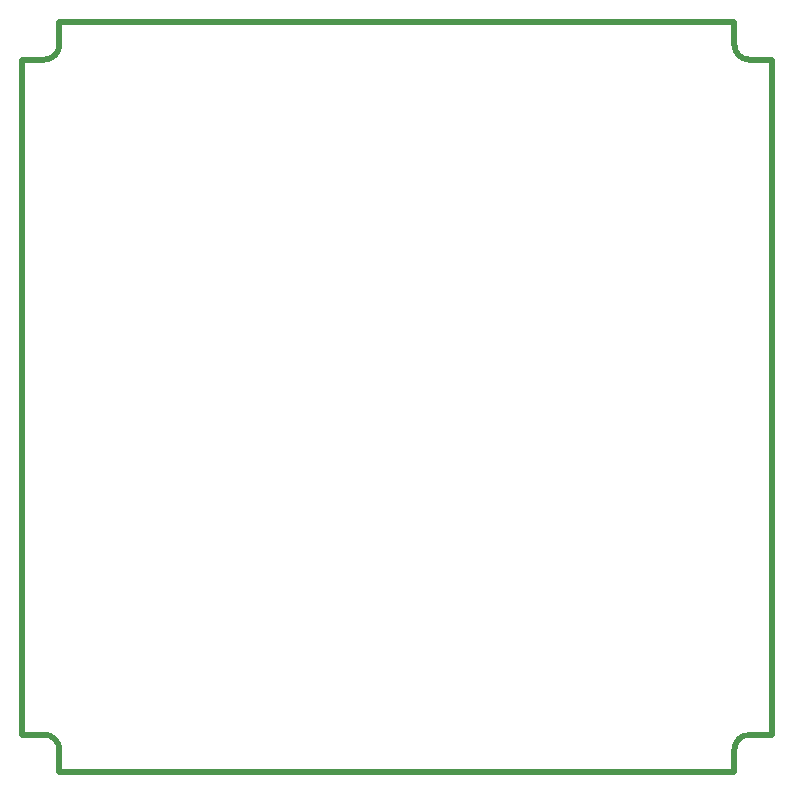
<source format=gbr>
%TF.GenerationSoftware,Altium Limited,Altium Designer,24.2.2 (26)*%
G04 Layer_Color=16711935*
%FSLAX45Y45*%
%MOMM*%
%TF.SameCoordinates,7B2EFB22-2454-4570-B993-6C8DBF9E02C9*%
%TF.FilePolarity,Positive*%
%TF.FileFunction,Keep-out,Top*%
%TF.Part,Single*%
G01*
G75*
%TA.AperFunction,NonConductor*%
%ADD40C,0.50000*%
D40*
X317500Y190500D02*
G03*
X190500Y317500I-127000J0D01*
G01*
X6159500D02*
G03*
X6032500Y190500I0J-127000D01*
G01*
Y6159500D02*
G03*
X6159500Y6032500I127000J0D01*
G01*
X190500D02*
G03*
X317500Y6159500I0J127000D01*
G01*
X0Y317500D02*
X190500D01*
X317500Y0D02*
Y190500D01*
Y0D02*
X6032500D01*
Y190500D01*
X6159500Y317500D02*
X6350000D01*
Y6032500D01*
X6159500D02*
X6350000D01*
X0D02*
X190500D01*
X0Y317500D02*
Y6032500D01*
X6032500Y6159500D02*
Y6350000D01*
X317500Y6159500D02*
Y6350000D01*
X6032500D01*
%TF.MD5,2297edd6dab3becf585aaa4dda1d883c*%
M02*

</source>
